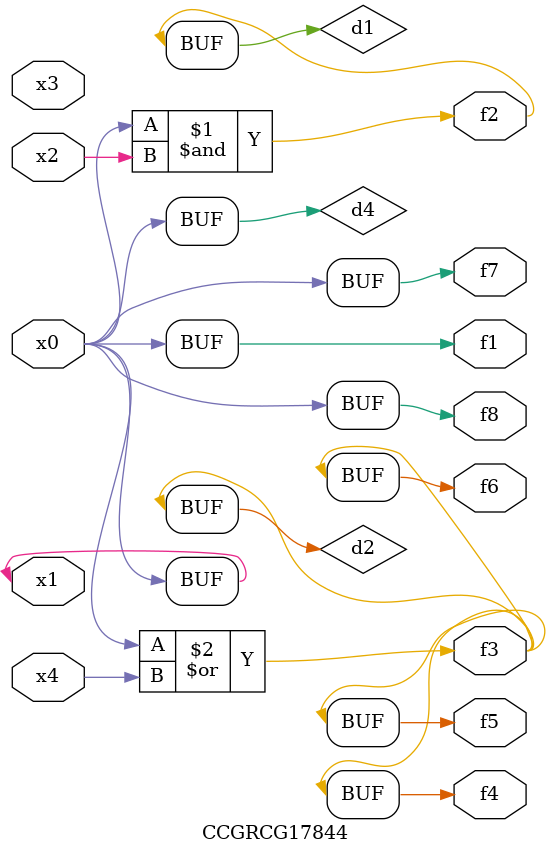
<source format=v>
module CCGRCG17844(
	input x0, x1, x2, x3, x4,
	output f1, f2, f3, f4, f5, f6, f7, f8
);

	wire d1, d2, d3, d4;

	and (d1, x0, x2);
	or (d2, x0, x4);
	nand (d3, x0, x2);
	buf (d4, x0, x1);
	assign f1 = d4;
	assign f2 = d1;
	assign f3 = d2;
	assign f4 = d2;
	assign f5 = d2;
	assign f6 = d2;
	assign f7 = d4;
	assign f8 = d4;
endmodule

</source>
